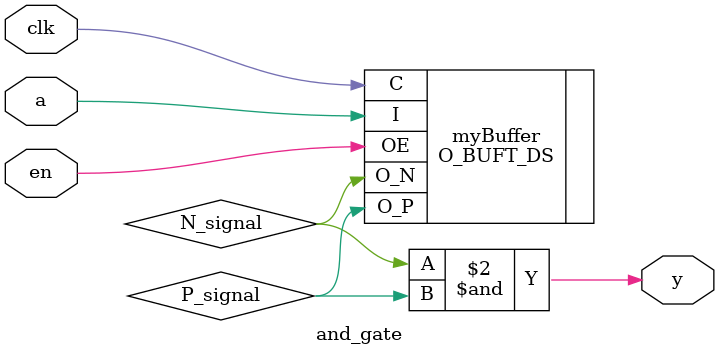
<source format=sv>
module and_gate (
  // Input ports
  input logic a,
  input logic clk,
  input logic en,
  // Output ports
  output logic y
);

  // Other module contents

  O_BUFT_DS #(
    .SLEW_RATE("SLOW"),
    .DELAY(0)
  ) myBuffer (
    .OE(en),
    .I(a),
    .C(clk),
    .O_N(N_signal),
    .O_P(P_signal)
  );

  // Combinational logic
  logic N_signal,P_signal;

  always_comb begin
    // Custom combinational logic
    y = N_signal & P_signal;
  end

  // Other module contents

endmodule

</source>
